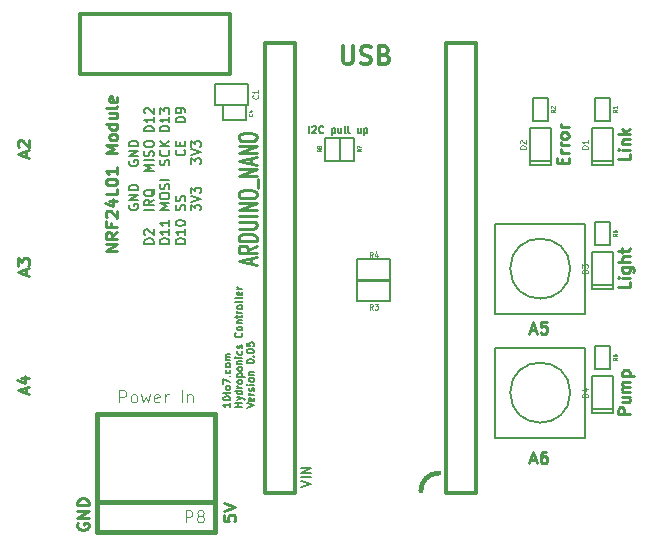
<source format=gto>
%FSLAX34Y34*%
G04 Gerber Fmt 3.4, Leading zero omitted, Abs format*
G04 (created by PCBNEW (2014-03-19 BZR 4756)-product) date Sat 05 Jul 2014 22:59:34 BST*
%MOIN*%
G01*
G70*
G90*
G04 APERTURE LIST*
%ADD10C,0.005906*%
%ADD11C,0.009843*%
%ADD12C,0.007874*%
%ADD13C,0.012000*%
%ADD14C,0.015000*%
%ADD15C,0.005000*%
%ADD16C,0.004500*%
%ADD17C,0.003000*%
%ADD18C,0.010000*%
%ADD19C,0.003500*%
G04 APERTURE END LIST*
G54D10*
X77335Y-35758D02*
X77335Y-35522D01*
X77436Y-35544D02*
X77447Y-35533D01*
X77470Y-35522D01*
X77526Y-35522D01*
X77549Y-35533D01*
X77560Y-35544D01*
X77571Y-35567D01*
X77571Y-35589D01*
X77560Y-35623D01*
X77425Y-35758D01*
X77571Y-35758D01*
X77807Y-35735D02*
X77796Y-35747D01*
X77762Y-35758D01*
X77740Y-35758D01*
X77706Y-35747D01*
X77684Y-35724D01*
X77672Y-35702D01*
X77661Y-35657D01*
X77661Y-35623D01*
X77672Y-35578D01*
X77684Y-35555D01*
X77706Y-35533D01*
X77740Y-35522D01*
X77762Y-35522D01*
X77796Y-35533D01*
X77807Y-35544D01*
X78089Y-35600D02*
X78089Y-35837D01*
X78089Y-35612D02*
X78111Y-35600D01*
X78156Y-35600D01*
X78179Y-35612D01*
X78190Y-35623D01*
X78201Y-35645D01*
X78201Y-35713D01*
X78190Y-35735D01*
X78179Y-35747D01*
X78156Y-35758D01*
X78111Y-35758D01*
X78089Y-35747D01*
X78404Y-35600D02*
X78404Y-35758D01*
X78302Y-35600D02*
X78302Y-35724D01*
X78314Y-35747D01*
X78336Y-35758D01*
X78370Y-35758D01*
X78392Y-35747D01*
X78404Y-35735D01*
X78550Y-35758D02*
X78527Y-35747D01*
X78516Y-35724D01*
X78516Y-35522D01*
X78674Y-35758D02*
X78651Y-35747D01*
X78640Y-35724D01*
X78640Y-35522D01*
X79045Y-35600D02*
X79045Y-35758D01*
X78944Y-35600D02*
X78944Y-35724D01*
X78955Y-35747D01*
X78977Y-35758D01*
X79011Y-35758D01*
X79034Y-35747D01*
X79045Y-35735D01*
X79157Y-35600D02*
X79157Y-35837D01*
X79157Y-35612D02*
X79180Y-35600D01*
X79225Y-35600D01*
X79247Y-35612D01*
X79258Y-35623D01*
X79270Y-35645D01*
X79270Y-35713D01*
X79258Y-35735D01*
X79247Y-35747D01*
X79225Y-35758D01*
X79180Y-35758D01*
X79157Y-35747D01*
G54D11*
X67890Y-44436D02*
X67890Y-44249D01*
X68002Y-44474D02*
X67609Y-44342D01*
X68002Y-44211D01*
X67740Y-43911D02*
X68002Y-43911D01*
X67590Y-44005D02*
X67871Y-44099D01*
X67871Y-43855D01*
X67890Y-36562D02*
X67890Y-36375D01*
X68002Y-36600D02*
X67609Y-36468D01*
X68002Y-36337D01*
X67646Y-36225D02*
X67627Y-36206D01*
X67609Y-36169D01*
X67609Y-36075D01*
X67627Y-36037D01*
X67646Y-36019D01*
X67684Y-36000D01*
X67721Y-36000D01*
X67777Y-36019D01*
X68002Y-36244D01*
X68002Y-36000D01*
X67890Y-40499D02*
X67890Y-40312D01*
X68002Y-40537D02*
X67609Y-40405D01*
X68002Y-40274D01*
X67609Y-40181D02*
X67609Y-39937D01*
X67759Y-40068D01*
X67759Y-40012D01*
X67777Y-39974D01*
X67796Y-39956D01*
X67834Y-39937D01*
X67927Y-39937D01*
X67965Y-39956D01*
X67984Y-39974D01*
X68002Y-40012D01*
X68002Y-40124D01*
X67984Y-40162D01*
X67965Y-40181D01*
G54D10*
X74707Y-44762D02*
X74707Y-44897D01*
X74707Y-44830D02*
X74471Y-44830D01*
X74504Y-44852D01*
X74527Y-44875D01*
X74538Y-44897D01*
X74471Y-44616D02*
X74471Y-44594D01*
X74482Y-44571D01*
X74493Y-44560D01*
X74516Y-44549D01*
X74561Y-44537D01*
X74617Y-44537D01*
X74662Y-44549D01*
X74684Y-44560D01*
X74696Y-44571D01*
X74707Y-44594D01*
X74707Y-44616D01*
X74696Y-44639D01*
X74684Y-44650D01*
X74662Y-44661D01*
X74617Y-44672D01*
X74561Y-44672D01*
X74516Y-44661D01*
X74493Y-44650D01*
X74482Y-44639D01*
X74471Y-44616D01*
X74549Y-44470D02*
X74549Y-44380D01*
X74471Y-44436D02*
X74673Y-44436D01*
X74696Y-44425D01*
X74707Y-44402D01*
X74707Y-44380D01*
X74707Y-44267D02*
X74696Y-44290D01*
X74684Y-44301D01*
X74662Y-44312D01*
X74594Y-44312D01*
X74572Y-44301D01*
X74561Y-44290D01*
X74549Y-44267D01*
X74549Y-44234D01*
X74561Y-44211D01*
X74572Y-44200D01*
X74594Y-44189D01*
X74662Y-44189D01*
X74684Y-44200D01*
X74696Y-44211D01*
X74707Y-44234D01*
X74707Y-44267D01*
X74471Y-44110D02*
X74471Y-43953D01*
X74707Y-44054D01*
X74684Y-43863D02*
X74696Y-43851D01*
X74707Y-43863D01*
X74696Y-43874D01*
X74684Y-43863D01*
X74707Y-43863D01*
X74696Y-43649D02*
X74707Y-43671D01*
X74707Y-43716D01*
X74696Y-43739D01*
X74684Y-43750D01*
X74662Y-43761D01*
X74594Y-43761D01*
X74572Y-43750D01*
X74561Y-43739D01*
X74549Y-43716D01*
X74549Y-43671D01*
X74561Y-43649D01*
X74707Y-43514D02*
X74696Y-43536D01*
X74684Y-43548D01*
X74662Y-43559D01*
X74594Y-43559D01*
X74572Y-43548D01*
X74561Y-43536D01*
X74549Y-43514D01*
X74549Y-43480D01*
X74561Y-43458D01*
X74572Y-43446D01*
X74594Y-43435D01*
X74662Y-43435D01*
X74684Y-43446D01*
X74696Y-43458D01*
X74707Y-43480D01*
X74707Y-43514D01*
X74707Y-43334D02*
X74549Y-43334D01*
X74572Y-43334D02*
X74561Y-43323D01*
X74549Y-43300D01*
X74549Y-43266D01*
X74561Y-43244D01*
X74583Y-43233D01*
X74707Y-43233D01*
X74583Y-43233D02*
X74561Y-43221D01*
X74549Y-43199D01*
X74549Y-43165D01*
X74561Y-43143D01*
X74583Y-43131D01*
X74707Y-43131D01*
X75097Y-44886D02*
X74860Y-44886D01*
X74973Y-44886D02*
X74973Y-44751D01*
X75097Y-44751D02*
X74860Y-44751D01*
X74939Y-44661D02*
X75097Y-44605D01*
X74939Y-44549D02*
X75097Y-44605D01*
X75153Y-44627D01*
X75164Y-44639D01*
X75175Y-44661D01*
X75097Y-44357D02*
X74860Y-44357D01*
X75085Y-44357D02*
X75097Y-44380D01*
X75097Y-44425D01*
X75085Y-44447D01*
X75074Y-44459D01*
X75052Y-44470D01*
X74984Y-44470D01*
X74962Y-44459D01*
X74950Y-44447D01*
X74939Y-44425D01*
X74939Y-44380D01*
X74950Y-44357D01*
X75097Y-44245D02*
X74939Y-44245D01*
X74984Y-44245D02*
X74962Y-44234D01*
X74950Y-44223D01*
X74939Y-44200D01*
X74939Y-44178D01*
X75097Y-44065D02*
X75085Y-44088D01*
X75074Y-44099D01*
X75052Y-44110D01*
X74984Y-44110D01*
X74962Y-44099D01*
X74950Y-44088D01*
X74939Y-44065D01*
X74939Y-44031D01*
X74950Y-44009D01*
X74962Y-43998D01*
X74984Y-43986D01*
X75052Y-43986D01*
X75074Y-43998D01*
X75085Y-44009D01*
X75097Y-44031D01*
X75097Y-44065D01*
X74939Y-43885D02*
X75175Y-43885D01*
X74950Y-43885D02*
X74939Y-43863D01*
X74939Y-43818D01*
X74950Y-43795D01*
X74962Y-43784D01*
X74984Y-43773D01*
X75052Y-43773D01*
X75074Y-43784D01*
X75085Y-43795D01*
X75097Y-43818D01*
X75097Y-43863D01*
X75085Y-43885D01*
X75097Y-43638D02*
X75085Y-43660D01*
X75074Y-43671D01*
X75052Y-43683D01*
X74984Y-43683D01*
X74962Y-43671D01*
X74950Y-43660D01*
X74939Y-43638D01*
X74939Y-43604D01*
X74950Y-43581D01*
X74962Y-43570D01*
X74984Y-43559D01*
X75052Y-43559D01*
X75074Y-43570D01*
X75085Y-43581D01*
X75097Y-43604D01*
X75097Y-43638D01*
X74939Y-43458D02*
X75097Y-43458D01*
X74962Y-43458D02*
X74950Y-43446D01*
X74939Y-43424D01*
X74939Y-43390D01*
X74950Y-43368D01*
X74973Y-43356D01*
X75097Y-43356D01*
X75097Y-43244D02*
X74939Y-43244D01*
X74860Y-43244D02*
X74872Y-43255D01*
X74883Y-43244D01*
X74872Y-43233D01*
X74860Y-43244D01*
X74883Y-43244D01*
X75085Y-43030D02*
X75097Y-43053D01*
X75097Y-43098D01*
X75085Y-43120D01*
X75074Y-43131D01*
X75052Y-43143D01*
X74984Y-43143D01*
X74962Y-43131D01*
X74950Y-43120D01*
X74939Y-43098D01*
X74939Y-43053D01*
X74950Y-43030D01*
X75085Y-42940D02*
X75097Y-42918D01*
X75097Y-42873D01*
X75085Y-42850D01*
X75063Y-42839D01*
X75052Y-42839D01*
X75029Y-42850D01*
X75018Y-42873D01*
X75018Y-42906D01*
X75007Y-42929D01*
X74984Y-42940D01*
X74973Y-42940D01*
X74950Y-42929D01*
X74939Y-42906D01*
X74939Y-42873D01*
X74950Y-42850D01*
X75074Y-42423D02*
X75085Y-42434D01*
X75097Y-42468D01*
X75097Y-42490D01*
X75085Y-42524D01*
X75063Y-42546D01*
X75040Y-42558D01*
X74995Y-42569D01*
X74962Y-42569D01*
X74917Y-42558D01*
X74894Y-42546D01*
X74872Y-42524D01*
X74860Y-42490D01*
X74860Y-42468D01*
X74872Y-42434D01*
X74883Y-42423D01*
X75097Y-42288D02*
X75085Y-42310D01*
X75074Y-42321D01*
X75052Y-42333D01*
X74984Y-42333D01*
X74962Y-42321D01*
X74950Y-42310D01*
X74939Y-42288D01*
X74939Y-42254D01*
X74950Y-42232D01*
X74962Y-42220D01*
X74984Y-42209D01*
X75052Y-42209D01*
X75074Y-42220D01*
X75085Y-42232D01*
X75097Y-42254D01*
X75097Y-42288D01*
X74939Y-42108D02*
X75097Y-42108D01*
X74962Y-42108D02*
X74950Y-42097D01*
X74939Y-42074D01*
X74939Y-42040D01*
X74950Y-42018D01*
X74973Y-42007D01*
X75097Y-42007D01*
X74939Y-41928D02*
X74939Y-41838D01*
X74860Y-41894D02*
X75063Y-41894D01*
X75085Y-41883D01*
X75097Y-41860D01*
X75097Y-41838D01*
X75097Y-41759D02*
X74939Y-41759D01*
X74984Y-41759D02*
X74962Y-41748D01*
X74950Y-41737D01*
X74939Y-41714D01*
X74939Y-41692D01*
X75097Y-41579D02*
X75085Y-41602D01*
X75074Y-41613D01*
X75052Y-41624D01*
X74984Y-41624D01*
X74962Y-41613D01*
X74950Y-41602D01*
X74939Y-41579D01*
X74939Y-41545D01*
X74950Y-41523D01*
X74962Y-41512D01*
X74984Y-41500D01*
X75052Y-41500D01*
X75074Y-41512D01*
X75085Y-41523D01*
X75097Y-41545D01*
X75097Y-41579D01*
X75097Y-41365D02*
X75085Y-41388D01*
X75063Y-41399D01*
X74860Y-41399D01*
X75097Y-41242D02*
X75085Y-41264D01*
X75063Y-41275D01*
X74860Y-41275D01*
X75085Y-41062D02*
X75097Y-41084D01*
X75097Y-41129D01*
X75085Y-41152D01*
X75063Y-41163D01*
X74973Y-41163D01*
X74950Y-41152D01*
X74939Y-41129D01*
X74939Y-41084D01*
X74950Y-41062D01*
X74973Y-41050D01*
X74995Y-41050D01*
X75018Y-41163D01*
X75097Y-40949D02*
X74939Y-40949D01*
X74984Y-40949D02*
X74962Y-40938D01*
X74950Y-40927D01*
X74939Y-40904D01*
X74939Y-40882D01*
X75250Y-44920D02*
X75486Y-44841D01*
X75250Y-44762D01*
X75475Y-44594D02*
X75486Y-44616D01*
X75486Y-44661D01*
X75475Y-44684D01*
X75453Y-44695D01*
X75363Y-44695D01*
X75340Y-44684D01*
X75329Y-44661D01*
X75329Y-44616D01*
X75340Y-44594D01*
X75363Y-44582D01*
X75385Y-44582D01*
X75408Y-44695D01*
X75486Y-44481D02*
X75329Y-44481D01*
X75374Y-44481D02*
X75351Y-44470D01*
X75340Y-44459D01*
X75329Y-44436D01*
X75329Y-44414D01*
X75475Y-44346D02*
X75486Y-44324D01*
X75486Y-44279D01*
X75475Y-44256D01*
X75453Y-44245D01*
X75441Y-44245D01*
X75419Y-44256D01*
X75408Y-44279D01*
X75408Y-44312D01*
X75396Y-44335D01*
X75374Y-44346D01*
X75363Y-44346D01*
X75340Y-44335D01*
X75329Y-44312D01*
X75329Y-44279D01*
X75340Y-44256D01*
X75486Y-44144D02*
X75329Y-44144D01*
X75250Y-44144D02*
X75261Y-44155D01*
X75273Y-44144D01*
X75261Y-44133D01*
X75250Y-44144D01*
X75273Y-44144D01*
X75486Y-43998D02*
X75475Y-44020D01*
X75464Y-44031D01*
X75441Y-44043D01*
X75374Y-44043D01*
X75351Y-44031D01*
X75340Y-44020D01*
X75329Y-43998D01*
X75329Y-43964D01*
X75340Y-43941D01*
X75351Y-43930D01*
X75374Y-43919D01*
X75441Y-43919D01*
X75464Y-43930D01*
X75475Y-43941D01*
X75486Y-43964D01*
X75486Y-43998D01*
X75329Y-43818D02*
X75486Y-43818D01*
X75351Y-43818D02*
X75340Y-43806D01*
X75329Y-43784D01*
X75329Y-43750D01*
X75340Y-43728D01*
X75363Y-43716D01*
X75486Y-43716D01*
X75250Y-43379D02*
X75250Y-43356D01*
X75261Y-43334D01*
X75273Y-43323D01*
X75295Y-43311D01*
X75340Y-43300D01*
X75396Y-43300D01*
X75441Y-43311D01*
X75464Y-43323D01*
X75475Y-43334D01*
X75486Y-43356D01*
X75486Y-43379D01*
X75475Y-43401D01*
X75464Y-43413D01*
X75441Y-43424D01*
X75396Y-43435D01*
X75340Y-43435D01*
X75295Y-43424D01*
X75273Y-43413D01*
X75261Y-43401D01*
X75250Y-43379D01*
X75464Y-43199D02*
X75475Y-43188D01*
X75486Y-43199D01*
X75475Y-43210D01*
X75464Y-43199D01*
X75486Y-43199D01*
X75250Y-43041D02*
X75250Y-43019D01*
X75261Y-42996D01*
X75273Y-42985D01*
X75295Y-42974D01*
X75340Y-42963D01*
X75396Y-42963D01*
X75441Y-42974D01*
X75464Y-42985D01*
X75475Y-42996D01*
X75486Y-43019D01*
X75486Y-43041D01*
X75475Y-43064D01*
X75464Y-43075D01*
X75441Y-43086D01*
X75396Y-43098D01*
X75340Y-43098D01*
X75295Y-43086D01*
X75273Y-43075D01*
X75261Y-43064D01*
X75250Y-43041D01*
X75250Y-42749D02*
X75250Y-42861D01*
X75363Y-42873D01*
X75351Y-42861D01*
X75340Y-42839D01*
X75340Y-42783D01*
X75351Y-42760D01*
X75363Y-42749D01*
X75385Y-42738D01*
X75441Y-42738D01*
X75464Y-42749D01*
X75475Y-42760D01*
X75486Y-42783D01*
X75486Y-42839D01*
X75475Y-42861D01*
X75464Y-42873D01*
G54D11*
X84708Y-42331D02*
X84896Y-42331D01*
X84671Y-42443D02*
X84802Y-42050D01*
X84933Y-42443D01*
X85252Y-42050D02*
X85065Y-42050D01*
X85046Y-42237D01*
X85065Y-42218D01*
X85102Y-42200D01*
X85196Y-42200D01*
X85233Y-42218D01*
X85252Y-42237D01*
X85271Y-42275D01*
X85271Y-42368D01*
X85252Y-42406D01*
X85233Y-42425D01*
X85196Y-42443D01*
X85102Y-42443D01*
X85065Y-42425D01*
X85046Y-42406D01*
X84708Y-46662D02*
X84896Y-46662D01*
X84671Y-46774D02*
X84802Y-46380D01*
X84933Y-46774D01*
X85233Y-46380D02*
X85158Y-46380D01*
X85121Y-46399D01*
X85102Y-46418D01*
X85065Y-46474D01*
X85046Y-46549D01*
X85046Y-46699D01*
X85065Y-46737D01*
X85083Y-46755D01*
X85121Y-46774D01*
X85196Y-46774D01*
X85233Y-46755D01*
X85252Y-46737D01*
X85271Y-46699D01*
X85271Y-46605D01*
X85252Y-46568D01*
X85233Y-46549D01*
X85196Y-46530D01*
X85121Y-46530D01*
X85083Y-46549D01*
X85065Y-46568D01*
X85046Y-46605D01*
X70935Y-39696D02*
X70542Y-39696D01*
X70935Y-39471D01*
X70542Y-39471D01*
X70935Y-39058D02*
X70748Y-39190D01*
X70935Y-39283D02*
X70542Y-39283D01*
X70542Y-39133D01*
X70561Y-39096D01*
X70579Y-39077D01*
X70617Y-39058D01*
X70673Y-39058D01*
X70711Y-39077D01*
X70729Y-39096D01*
X70748Y-39133D01*
X70748Y-39283D01*
X70729Y-38758D02*
X70729Y-38890D01*
X70935Y-38890D02*
X70542Y-38890D01*
X70542Y-38702D01*
X70579Y-38571D02*
X70561Y-38552D01*
X70542Y-38515D01*
X70542Y-38421D01*
X70561Y-38384D01*
X70579Y-38365D01*
X70617Y-38346D01*
X70654Y-38346D01*
X70711Y-38365D01*
X70935Y-38590D01*
X70935Y-38346D01*
X70673Y-38009D02*
X70935Y-38009D01*
X70523Y-38102D02*
X70804Y-38196D01*
X70804Y-37952D01*
X70935Y-37615D02*
X70935Y-37802D01*
X70542Y-37802D01*
X70542Y-37409D02*
X70542Y-37371D01*
X70561Y-37334D01*
X70579Y-37315D01*
X70617Y-37296D01*
X70692Y-37277D01*
X70785Y-37277D01*
X70860Y-37296D01*
X70898Y-37315D01*
X70917Y-37334D01*
X70935Y-37371D01*
X70935Y-37409D01*
X70917Y-37446D01*
X70898Y-37465D01*
X70860Y-37484D01*
X70785Y-37502D01*
X70692Y-37502D01*
X70617Y-37484D01*
X70579Y-37465D01*
X70561Y-37446D01*
X70542Y-37409D01*
X70935Y-36902D02*
X70935Y-37127D01*
X70935Y-37015D02*
X70542Y-37015D01*
X70598Y-37052D01*
X70636Y-37090D01*
X70654Y-37127D01*
X70935Y-36434D02*
X70542Y-36434D01*
X70823Y-36303D01*
X70542Y-36171D01*
X70935Y-36171D01*
X70935Y-35928D02*
X70917Y-35965D01*
X70898Y-35984D01*
X70860Y-36003D01*
X70748Y-36003D01*
X70711Y-35984D01*
X70692Y-35965D01*
X70673Y-35928D01*
X70673Y-35871D01*
X70692Y-35834D01*
X70711Y-35815D01*
X70748Y-35796D01*
X70860Y-35796D01*
X70898Y-35815D01*
X70917Y-35834D01*
X70935Y-35871D01*
X70935Y-35928D01*
X70935Y-35459D02*
X70542Y-35459D01*
X70917Y-35459D02*
X70935Y-35496D01*
X70935Y-35571D01*
X70917Y-35609D01*
X70898Y-35628D01*
X70860Y-35646D01*
X70748Y-35646D01*
X70711Y-35628D01*
X70692Y-35609D01*
X70673Y-35571D01*
X70673Y-35496D01*
X70692Y-35459D01*
X70673Y-35103D02*
X70935Y-35103D01*
X70673Y-35271D02*
X70879Y-35271D01*
X70917Y-35253D01*
X70935Y-35215D01*
X70935Y-35159D01*
X70917Y-35121D01*
X70898Y-35103D01*
X70935Y-34859D02*
X70917Y-34896D01*
X70879Y-34915D01*
X70542Y-34915D01*
X70917Y-34559D02*
X70935Y-34597D01*
X70935Y-34672D01*
X70917Y-34709D01*
X70879Y-34728D01*
X70729Y-34728D01*
X70692Y-34709D01*
X70673Y-34672D01*
X70673Y-34597D01*
X70692Y-34559D01*
X70729Y-34540D01*
X70767Y-34540D01*
X70804Y-34728D01*
G54D12*
X72152Y-35704D02*
X71837Y-35704D01*
X71837Y-35629D01*
X71852Y-35584D01*
X71882Y-35554D01*
X71912Y-35539D01*
X71972Y-35524D01*
X72017Y-35524D01*
X72077Y-35539D01*
X72107Y-35554D01*
X72137Y-35584D01*
X72152Y-35629D01*
X72152Y-35704D01*
X72152Y-35224D02*
X72152Y-35404D01*
X72152Y-35314D02*
X71837Y-35314D01*
X71882Y-35344D01*
X71912Y-35374D01*
X71927Y-35404D01*
X71867Y-35104D02*
X71852Y-35089D01*
X71837Y-35059D01*
X71837Y-34984D01*
X71852Y-34954D01*
X71867Y-34939D01*
X71897Y-34924D01*
X71927Y-34924D01*
X71972Y-34939D01*
X72152Y-35119D01*
X72152Y-34924D01*
X72672Y-35704D02*
X72357Y-35704D01*
X72357Y-35629D01*
X72372Y-35584D01*
X72402Y-35554D01*
X72432Y-35539D01*
X72492Y-35524D01*
X72537Y-35524D01*
X72597Y-35539D01*
X72627Y-35554D01*
X72657Y-35584D01*
X72672Y-35629D01*
X72672Y-35704D01*
X72672Y-35224D02*
X72672Y-35404D01*
X72672Y-35314D02*
X72357Y-35314D01*
X72402Y-35344D01*
X72432Y-35374D01*
X72447Y-35404D01*
X72357Y-35119D02*
X72357Y-34924D01*
X72477Y-35029D01*
X72477Y-34984D01*
X72492Y-34954D01*
X72507Y-34939D01*
X72537Y-34924D01*
X72612Y-34924D01*
X72642Y-34939D01*
X72657Y-34954D01*
X72672Y-34984D01*
X72672Y-35074D01*
X72657Y-35104D01*
X72642Y-35119D01*
X73191Y-35404D02*
X72876Y-35404D01*
X72876Y-35329D01*
X72891Y-35284D01*
X72921Y-35254D01*
X72951Y-35239D01*
X73011Y-35224D01*
X73056Y-35224D01*
X73116Y-35239D01*
X73146Y-35254D01*
X73176Y-35284D01*
X73191Y-35329D01*
X73191Y-35404D01*
X73191Y-35074D02*
X73191Y-35014D01*
X73176Y-34984D01*
X73161Y-34969D01*
X73116Y-34939D01*
X73056Y-34924D01*
X72936Y-34924D01*
X72906Y-34939D01*
X72891Y-34954D01*
X72876Y-34984D01*
X72876Y-35044D01*
X72891Y-35074D01*
X72906Y-35089D01*
X72936Y-35104D01*
X73011Y-35104D01*
X73041Y-35089D01*
X73056Y-35074D01*
X73071Y-35044D01*
X73071Y-34984D01*
X73056Y-34954D01*
X73041Y-34939D01*
X73011Y-34924D01*
X72152Y-39454D02*
X71837Y-39454D01*
X71837Y-39379D01*
X71852Y-39334D01*
X71882Y-39304D01*
X71912Y-39289D01*
X71972Y-39274D01*
X72017Y-39274D01*
X72077Y-39289D01*
X72107Y-39304D01*
X72137Y-39334D01*
X72152Y-39379D01*
X72152Y-39454D01*
X71867Y-39154D02*
X71852Y-39139D01*
X71837Y-39109D01*
X71837Y-39034D01*
X71852Y-39004D01*
X71867Y-38989D01*
X71897Y-38974D01*
X71927Y-38974D01*
X71972Y-38989D01*
X72152Y-39169D01*
X72152Y-38974D01*
X72672Y-39454D02*
X72357Y-39454D01*
X72357Y-39379D01*
X72372Y-39334D01*
X72402Y-39304D01*
X72432Y-39289D01*
X72492Y-39274D01*
X72537Y-39274D01*
X72597Y-39289D01*
X72627Y-39304D01*
X72657Y-39334D01*
X72672Y-39379D01*
X72672Y-39454D01*
X72672Y-38974D02*
X72672Y-39154D01*
X72672Y-39064D02*
X72357Y-39064D01*
X72402Y-39094D01*
X72432Y-39124D01*
X72447Y-39154D01*
X72672Y-38674D02*
X72672Y-38854D01*
X72672Y-38764D02*
X72357Y-38764D01*
X72402Y-38794D01*
X72432Y-38824D01*
X72447Y-38854D01*
X73191Y-39454D02*
X72876Y-39454D01*
X72876Y-39379D01*
X72891Y-39334D01*
X72921Y-39304D01*
X72951Y-39289D01*
X73011Y-39274D01*
X73056Y-39274D01*
X73116Y-39289D01*
X73146Y-39304D01*
X73176Y-39334D01*
X73191Y-39379D01*
X73191Y-39454D01*
X73191Y-38974D02*
X73191Y-39154D01*
X73191Y-39064D02*
X72876Y-39064D01*
X72921Y-39094D01*
X72951Y-39124D01*
X72966Y-39154D01*
X72876Y-38779D02*
X72876Y-38749D01*
X72891Y-38719D01*
X72906Y-38704D01*
X72936Y-38689D01*
X72996Y-38674D01*
X73071Y-38674D01*
X73131Y-38689D01*
X73161Y-38704D01*
X73176Y-38719D01*
X73191Y-38749D01*
X73191Y-38779D01*
X73176Y-38809D01*
X73161Y-38824D01*
X73131Y-38839D01*
X73071Y-38854D01*
X72996Y-38854D01*
X72936Y-38839D01*
X72906Y-38824D01*
X72891Y-38809D01*
X72876Y-38779D01*
X71332Y-36686D02*
X71317Y-36716D01*
X71317Y-36761D01*
X71332Y-36806D01*
X71362Y-36836D01*
X71392Y-36851D01*
X71452Y-36866D01*
X71497Y-36866D01*
X71557Y-36851D01*
X71587Y-36836D01*
X71617Y-36806D01*
X71632Y-36761D01*
X71632Y-36731D01*
X71617Y-36686D01*
X71602Y-36671D01*
X71497Y-36671D01*
X71497Y-36731D01*
X71632Y-36536D02*
X71317Y-36536D01*
X71632Y-36356D01*
X71317Y-36356D01*
X71632Y-36206D02*
X71317Y-36206D01*
X71317Y-36131D01*
X71332Y-36086D01*
X71362Y-36056D01*
X71392Y-36041D01*
X71452Y-36026D01*
X71497Y-36026D01*
X71557Y-36041D01*
X71587Y-36056D01*
X71617Y-36086D01*
X71632Y-36131D01*
X71632Y-36206D01*
X72152Y-37031D02*
X71837Y-37031D01*
X72062Y-36926D01*
X71837Y-36821D01*
X72152Y-36821D01*
X72152Y-36671D02*
X71837Y-36671D01*
X72137Y-36536D02*
X72152Y-36491D01*
X72152Y-36416D01*
X72137Y-36386D01*
X72122Y-36371D01*
X72092Y-36356D01*
X72062Y-36356D01*
X72032Y-36371D01*
X72017Y-36386D01*
X72002Y-36416D01*
X71987Y-36476D01*
X71972Y-36506D01*
X71957Y-36521D01*
X71927Y-36536D01*
X71897Y-36536D01*
X71867Y-36521D01*
X71852Y-36506D01*
X71837Y-36476D01*
X71837Y-36401D01*
X71852Y-36356D01*
X71837Y-36161D02*
X71837Y-36101D01*
X71852Y-36071D01*
X71882Y-36041D01*
X71942Y-36026D01*
X72047Y-36026D01*
X72107Y-36041D01*
X72137Y-36071D01*
X72152Y-36101D01*
X72152Y-36161D01*
X72137Y-36191D01*
X72107Y-36221D01*
X72047Y-36236D01*
X71942Y-36236D01*
X71882Y-36221D01*
X71852Y-36191D01*
X71837Y-36161D01*
X72657Y-36836D02*
X72672Y-36791D01*
X72672Y-36716D01*
X72657Y-36686D01*
X72642Y-36671D01*
X72612Y-36656D01*
X72582Y-36656D01*
X72552Y-36671D01*
X72537Y-36686D01*
X72522Y-36716D01*
X72507Y-36776D01*
X72492Y-36806D01*
X72477Y-36821D01*
X72447Y-36836D01*
X72417Y-36836D01*
X72387Y-36821D01*
X72372Y-36806D01*
X72357Y-36776D01*
X72357Y-36701D01*
X72372Y-36656D01*
X72642Y-36341D02*
X72657Y-36356D01*
X72672Y-36401D01*
X72672Y-36431D01*
X72657Y-36476D01*
X72627Y-36506D01*
X72597Y-36521D01*
X72537Y-36536D01*
X72492Y-36536D01*
X72432Y-36521D01*
X72402Y-36506D01*
X72372Y-36476D01*
X72357Y-36431D01*
X72357Y-36401D01*
X72372Y-36356D01*
X72387Y-36341D01*
X72672Y-36206D02*
X72357Y-36206D01*
X72672Y-36026D02*
X72492Y-36161D01*
X72357Y-36026D02*
X72537Y-36206D01*
X73161Y-36311D02*
X73176Y-36326D01*
X73191Y-36371D01*
X73191Y-36401D01*
X73176Y-36446D01*
X73146Y-36476D01*
X73116Y-36491D01*
X73056Y-36506D01*
X73011Y-36506D01*
X72951Y-36491D01*
X72921Y-36476D01*
X72891Y-36446D01*
X72876Y-36401D01*
X72876Y-36371D01*
X72891Y-36326D01*
X72906Y-36311D01*
X73026Y-36176D02*
X73026Y-36071D01*
X73191Y-36026D02*
X73191Y-36176D01*
X72876Y-36176D01*
X72876Y-36026D01*
X73396Y-36791D02*
X73396Y-36596D01*
X73516Y-36701D01*
X73516Y-36656D01*
X73531Y-36626D01*
X73546Y-36611D01*
X73576Y-36596D01*
X73651Y-36596D01*
X73681Y-36611D01*
X73696Y-36626D01*
X73711Y-36656D01*
X73711Y-36746D01*
X73696Y-36776D01*
X73681Y-36791D01*
X73396Y-36506D02*
X73711Y-36401D01*
X73396Y-36296D01*
X73396Y-36221D02*
X73396Y-36026D01*
X73516Y-36131D01*
X73516Y-36086D01*
X73531Y-36056D01*
X73546Y-36041D01*
X73576Y-36026D01*
X73651Y-36026D01*
X73681Y-36041D01*
X73696Y-36056D01*
X73711Y-36086D01*
X73711Y-36176D01*
X73696Y-36206D01*
X73681Y-36221D01*
X71332Y-38147D02*
X71317Y-38177D01*
X71317Y-38222D01*
X71332Y-38267D01*
X71362Y-38297D01*
X71392Y-38312D01*
X71452Y-38327D01*
X71497Y-38327D01*
X71557Y-38312D01*
X71587Y-38297D01*
X71617Y-38267D01*
X71632Y-38222D01*
X71632Y-38192D01*
X71617Y-38147D01*
X71602Y-38132D01*
X71497Y-38132D01*
X71497Y-38192D01*
X71632Y-37997D02*
X71317Y-37997D01*
X71632Y-37817D01*
X71317Y-37817D01*
X71632Y-37667D02*
X71317Y-37667D01*
X71317Y-37592D01*
X71332Y-37547D01*
X71362Y-37517D01*
X71392Y-37502D01*
X71452Y-37487D01*
X71497Y-37487D01*
X71557Y-37502D01*
X71587Y-37517D01*
X71617Y-37547D01*
X71632Y-37592D01*
X71632Y-37667D01*
X72152Y-38312D02*
X71837Y-38312D01*
X72152Y-37982D02*
X72002Y-38087D01*
X72152Y-38162D02*
X71837Y-38162D01*
X71837Y-38042D01*
X71852Y-38012D01*
X71867Y-37997D01*
X71897Y-37982D01*
X71942Y-37982D01*
X71972Y-37997D01*
X71987Y-38012D01*
X72002Y-38042D01*
X72002Y-38162D01*
X72182Y-37637D02*
X72167Y-37667D01*
X72137Y-37697D01*
X72092Y-37742D01*
X72077Y-37772D01*
X72077Y-37802D01*
X72152Y-37787D02*
X72137Y-37817D01*
X72107Y-37847D01*
X72047Y-37862D01*
X71942Y-37862D01*
X71882Y-37847D01*
X71852Y-37817D01*
X71837Y-37787D01*
X71837Y-37727D01*
X71852Y-37697D01*
X71882Y-37667D01*
X71942Y-37652D01*
X72047Y-37652D01*
X72107Y-37667D01*
X72137Y-37697D01*
X72152Y-37727D01*
X72152Y-37787D01*
X72672Y-38312D02*
X72357Y-38312D01*
X72582Y-38207D01*
X72357Y-38102D01*
X72672Y-38102D01*
X72357Y-37892D02*
X72357Y-37832D01*
X72372Y-37802D01*
X72402Y-37772D01*
X72462Y-37757D01*
X72567Y-37757D01*
X72627Y-37772D01*
X72657Y-37802D01*
X72672Y-37832D01*
X72672Y-37892D01*
X72657Y-37922D01*
X72627Y-37952D01*
X72567Y-37967D01*
X72462Y-37967D01*
X72402Y-37952D01*
X72372Y-37922D01*
X72357Y-37892D01*
X72657Y-37637D02*
X72672Y-37592D01*
X72672Y-37517D01*
X72657Y-37487D01*
X72642Y-37472D01*
X72612Y-37457D01*
X72582Y-37457D01*
X72552Y-37472D01*
X72537Y-37487D01*
X72522Y-37517D01*
X72507Y-37577D01*
X72492Y-37607D01*
X72477Y-37622D01*
X72447Y-37637D01*
X72417Y-37637D01*
X72387Y-37622D01*
X72372Y-37607D01*
X72357Y-37577D01*
X72357Y-37502D01*
X72372Y-37457D01*
X72672Y-37322D02*
X72357Y-37322D01*
X73176Y-38327D02*
X73191Y-38282D01*
X73191Y-38207D01*
X73176Y-38177D01*
X73161Y-38162D01*
X73131Y-38147D01*
X73101Y-38147D01*
X73071Y-38162D01*
X73056Y-38177D01*
X73041Y-38207D01*
X73026Y-38267D01*
X73011Y-38297D01*
X72996Y-38312D01*
X72966Y-38327D01*
X72936Y-38327D01*
X72906Y-38312D01*
X72891Y-38297D01*
X72876Y-38267D01*
X72876Y-38192D01*
X72891Y-38147D01*
X73176Y-38027D02*
X73191Y-37982D01*
X73191Y-37907D01*
X73176Y-37877D01*
X73161Y-37862D01*
X73131Y-37847D01*
X73101Y-37847D01*
X73071Y-37862D01*
X73056Y-37877D01*
X73041Y-37907D01*
X73026Y-37967D01*
X73011Y-37997D01*
X72996Y-38012D01*
X72966Y-38027D01*
X72936Y-38027D01*
X72906Y-38012D01*
X72891Y-37997D01*
X72876Y-37967D01*
X72876Y-37892D01*
X72891Y-37847D01*
X73396Y-38342D02*
X73396Y-38147D01*
X73516Y-38252D01*
X73516Y-38207D01*
X73531Y-38177D01*
X73546Y-38162D01*
X73576Y-38147D01*
X73651Y-38147D01*
X73681Y-38162D01*
X73696Y-38177D01*
X73711Y-38207D01*
X73711Y-38297D01*
X73696Y-38327D01*
X73681Y-38342D01*
X73396Y-38057D02*
X73711Y-37952D01*
X73396Y-37847D01*
X73396Y-37772D02*
X73396Y-37577D01*
X73516Y-37682D01*
X73516Y-37637D01*
X73531Y-37607D01*
X73546Y-37592D01*
X73576Y-37577D01*
X73651Y-37577D01*
X73681Y-37592D01*
X73696Y-37607D01*
X73711Y-37637D01*
X73711Y-37727D01*
X73696Y-37757D01*
X73681Y-37772D01*
G54D11*
X85769Y-36771D02*
X85769Y-36640D01*
X85975Y-36584D02*
X85975Y-36771D01*
X85581Y-36771D01*
X85581Y-36584D01*
X85975Y-36415D02*
X85712Y-36415D01*
X85787Y-36415D02*
X85750Y-36396D01*
X85731Y-36378D01*
X85712Y-36340D01*
X85712Y-36303D01*
X85975Y-36171D02*
X85712Y-36171D01*
X85787Y-36171D02*
X85750Y-36153D01*
X85731Y-36134D01*
X85712Y-36096D01*
X85712Y-36059D01*
X85975Y-35871D02*
X85956Y-35909D01*
X85937Y-35928D01*
X85900Y-35946D01*
X85787Y-35946D01*
X85750Y-35928D01*
X85731Y-35909D01*
X85712Y-35871D01*
X85712Y-35815D01*
X85731Y-35778D01*
X85750Y-35759D01*
X85787Y-35740D01*
X85900Y-35740D01*
X85937Y-35759D01*
X85956Y-35778D01*
X85975Y-35815D01*
X85975Y-35871D01*
X85975Y-35571D02*
X85712Y-35571D01*
X85787Y-35571D02*
X85750Y-35553D01*
X85731Y-35534D01*
X85712Y-35496D01*
X85712Y-35459D01*
X88022Y-36453D02*
X88022Y-36640D01*
X87628Y-36640D01*
X88022Y-36321D02*
X87760Y-36321D01*
X87628Y-36321D02*
X87647Y-36340D01*
X87666Y-36321D01*
X87647Y-36303D01*
X87628Y-36321D01*
X87666Y-36321D01*
X87760Y-36134D02*
X88022Y-36134D01*
X87797Y-36134D02*
X87778Y-36115D01*
X87760Y-36078D01*
X87760Y-36021D01*
X87778Y-35984D01*
X87816Y-35965D01*
X88022Y-35965D01*
X88022Y-35778D02*
X87628Y-35778D01*
X87872Y-35740D02*
X88022Y-35628D01*
X87760Y-35628D02*
X87910Y-35778D01*
X88022Y-40718D02*
X88022Y-40905D01*
X87628Y-40905D01*
X88022Y-40586D02*
X87760Y-40586D01*
X87628Y-40586D02*
X87647Y-40605D01*
X87666Y-40586D01*
X87647Y-40568D01*
X87628Y-40586D01*
X87666Y-40586D01*
X87760Y-40230D02*
X88078Y-40230D01*
X88116Y-40249D01*
X88135Y-40268D01*
X88153Y-40305D01*
X88153Y-40361D01*
X88135Y-40399D01*
X88003Y-40230D02*
X88022Y-40268D01*
X88022Y-40343D01*
X88003Y-40380D01*
X87985Y-40399D01*
X87947Y-40418D01*
X87835Y-40418D01*
X87797Y-40399D01*
X87778Y-40380D01*
X87760Y-40343D01*
X87760Y-40268D01*
X87778Y-40230D01*
X88022Y-40043D02*
X87628Y-40043D01*
X88022Y-39874D02*
X87816Y-39874D01*
X87778Y-39893D01*
X87760Y-39930D01*
X87760Y-39986D01*
X87778Y-40024D01*
X87797Y-40043D01*
X87760Y-39743D02*
X87760Y-39593D01*
X87628Y-39687D02*
X87966Y-39687D01*
X88003Y-39668D01*
X88022Y-39630D01*
X88022Y-39593D01*
X88022Y-45133D02*
X87628Y-45133D01*
X87628Y-44983D01*
X87647Y-44945D01*
X87666Y-44926D01*
X87703Y-44908D01*
X87760Y-44908D01*
X87797Y-44926D01*
X87816Y-44945D01*
X87835Y-44983D01*
X87835Y-45133D01*
X87760Y-44570D02*
X88022Y-44570D01*
X87760Y-44739D02*
X87966Y-44739D01*
X88003Y-44720D01*
X88022Y-44683D01*
X88022Y-44627D01*
X88003Y-44589D01*
X87985Y-44570D01*
X88022Y-44383D02*
X87760Y-44383D01*
X87797Y-44383D02*
X87778Y-44364D01*
X87760Y-44327D01*
X87760Y-44270D01*
X87778Y-44233D01*
X87816Y-44214D01*
X88022Y-44214D01*
X87816Y-44214D02*
X87778Y-44195D01*
X87760Y-44158D01*
X87760Y-44102D01*
X87778Y-44064D01*
X87816Y-44045D01*
X88022Y-44045D01*
X87760Y-43858D02*
X88153Y-43858D01*
X87778Y-43858D02*
X87760Y-43820D01*
X87760Y-43745D01*
X87778Y-43708D01*
X87797Y-43689D01*
X87835Y-43670D01*
X87947Y-43670D01*
X87985Y-43689D01*
X88003Y-43708D01*
X88022Y-43745D01*
X88022Y-43820D01*
X88003Y-43858D01*
X69616Y-48766D02*
X69597Y-48803D01*
X69597Y-48860D01*
X69616Y-48916D01*
X69653Y-48953D01*
X69691Y-48972D01*
X69766Y-48991D01*
X69822Y-48991D01*
X69897Y-48972D01*
X69934Y-48953D01*
X69972Y-48916D01*
X69991Y-48860D01*
X69991Y-48822D01*
X69972Y-48766D01*
X69953Y-48747D01*
X69822Y-48747D01*
X69822Y-48822D01*
X69991Y-48579D02*
X69597Y-48579D01*
X69991Y-48354D01*
X69597Y-48354D01*
X69991Y-48166D02*
X69597Y-48166D01*
X69597Y-48072D01*
X69616Y-48016D01*
X69653Y-47979D01*
X69691Y-47960D01*
X69766Y-47941D01*
X69822Y-47941D01*
X69897Y-47960D01*
X69934Y-47979D01*
X69972Y-48016D01*
X69991Y-48072D01*
X69991Y-48166D01*
X74479Y-48502D02*
X74479Y-48689D01*
X74666Y-48708D01*
X74648Y-48689D01*
X74629Y-48652D01*
X74629Y-48558D01*
X74648Y-48520D01*
X74666Y-48502D01*
X74704Y-48483D01*
X74797Y-48483D01*
X74835Y-48502D01*
X74854Y-48520D01*
X74872Y-48558D01*
X74872Y-48652D01*
X74854Y-48689D01*
X74835Y-48708D01*
X74479Y-48370D02*
X74872Y-48239D01*
X74479Y-48108D01*
G54D10*
X75307Y-34118D02*
X74204Y-34118D01*
X74204Y-34118D02*
X74204Y-34826D01*
X74204Y-34826D02*
X75307Y-34826D01*
X75307Y-34826D02*
X75307Y-34118D01*
X75238Y-34816D02*
X74470Y-34816D01*
X74470Y-34816D02*
X74470Y-35309D01*
X74470Y-35309D02*
X75238Y-35309D01*
X75238Y-35309D02*
X75238Y-34816D01*
X86744Y-36696D02*
X86744Y-36834D01*
X86744Y-36834D02*
X87452Y-36834D01*
X87452Y-36834D02*
X87452Y-36696D01*
X87452Y-36696D02*
X87452Y-35594D01*
X87452Y-35594D02*
X86744Y-35594D01*
X86744Y-35594D02*
X86744Y-36696D01*
X86744Y-36696D02*
X87452Y-36696D01*
X84677Y-36696D02*
X84677Y-36834D01*
X84677Y-36834D02*
X85385Y-36834D01*
X85385Y-36834D02*
X85385Y-36696D01*
X85385Y-36696D02*
X85385Y-35594D01*
X85385Y-35594D02*
X84677Y-35594D01*
X84677Y-35594D02*
X84677Y-36696D01*
X84677Y-36696D02*
X85385Y-36696D01*
X86744Y-40830D02*
X86744Y-40968D01*
X86744Y-40968D02*
X87452Y-40968D01*
X87452Y-40968D02*
X87452Y-40830D01*
X87452Y-40830D02*
X87452Y-39728D01*
X87452Y-39728D02*
X86744Y-39728D01*
X86744Y-39728D02*
X86744Y-40830D01*
X86744Y-40830D02*
X87452Y-40830D01*
X86744Y-44964D02*
X86744Y-45102D01*
X86744Y-45102D02*
X87452Y-45102D01*
X87452Y-45102D02*
X87452Y-44964D01*
X87452Y-44964D02*
X87452Y-43862D01*
X87452Y-43862D02*
X86744Y-43862D01*
X86744Y-43862D02*
X86744Y-44964D01*
X86744Y-44964D02*
X87452Y-44964D01*
X87344Y-35348D02*
X87344Y-34580D01*
X87344Y-34580D02*
X86852Y-34580D01*
X86852Y-34580D02*
X86852Y-35348D01*
X86852Y-35348D02*
X87344Y-35348D01*
X85277Y-35348D02*
X85277Y-34580D01*
X85277Y-34580D02*
X84785Y-34580D01*
X84785Y-34580D02*
X84785Y-35348D01*
X84785Y-35348D02*
X85277Y-35348D01*
X80031Y-40663D02*
X78929Y-40663D01*
X78929Y-40663D02*
X78929Y-41372D01*
X78929Y-41372D02*
X80031Y-41372D01*
X80031Y-41372D02*
X80031Y-40663D01*
X80031Y-39974D02*
X78929Y-39974D01*
X78929Y-39974D02*
X78929Y-40683D01*
X78929Y-40683D02*
X80031Y-40683D01*
X80031Y-40683D02*
X80031Y-39974D01*
X87344Y-39482D02*
X87344Y-38714D01*
X87344Y-38714D02*
X86852Y-38714D01*
X86852Y-38714D02*
X86852Y-39482D01*
X86852Y-39482D02*
X87344Y-39482D01*
X87344Y-43616D02*
X87344Y-42848D01*
X87344Y-42848D02*
X86852Y-42848D01*
X86852Y-42848D02*
X86852Y-43616D01*
X86852Y-43616D02*
X87344Y-43616D01*
X78348Y-35929D02*
X78348Y-36696D01*
X78348Y-36696D02*
X78840Y-36696D01*
X78840Y-36696D02*
X78840Y-35929D01*
X78840Y-35929D02*
X78348Y-35929D01*
X77856Y-35929D02*
X77856Y-36696D01*
X77856Y-36696D02*
X78348Y-36696D01*
X78348Y-36696D02*
X78348Y-35929D01*
X78348Y-35929D02*
X77856Y-35929D01*
G54D13*
X74696Y-33799D02*
X69696Y-33799D01*
X69696Y-33799D02*
X69696Y-31799D01*
X69696Y-31799D02*
X74696Y-31799D01*
X74696Y-31799D02*
X74696Y-33799D01*
G54D14*
X81645Y-47092D02*
G75*
G03X81055Y-47683I0J-590D01*
G74*
G01*
G54D13*
X75866Y-32828D02*
X75866Y-32765D01*
X82901Y-33757D02*
X82901Y-32761D01*
X82901Y-32761D02*
X81901Y-32761D01*
X81901Y-33761D02*
X81901Y-32761D01*
X76870Y-33757D02*
X76870Y-32765D01*
X76870Y-32765D02*
X75870Y-32765D01*
X75866Y-33753D02*
X75866Y-32805D01*
X82900Y-47762D02*
X81900Y-47762D01*
X82900Y-33762D02*
X82900Y-47762D01*
X81900Y-47762D02*
X81900Y-33762D01*
X75870Y-47753D02*
X75870Y-33753D01*
X76870Y-33753D02*
X76870Y-47753D01*
X76870Y-47753D02*
X75870Y-47753D01*
G54D15*
X86031Y-40279D02*
G75*
G03X86031Y-40279I-1000J0D01*
G74*
G01*
X83531Y-41779D02*
X83531Y-38779D01*
X83531Y-38779D02*
X86531Y-38779D01*
X86531Y-38779D02*
X86531Y-41779D01*
X83531Y-41779D02*
X86531Y-41779D01*
X86031Y-44413D02*
G75*
G03X86031Y-44413I-1000J0D01*
G74*
G01*
X83531Y-45913D02*
X83531Y-42913D01*
X83531Y-42913D02*
X86531Y-42913D01*
X86531Y-42913D02*
X86531Y-45913D01*
X83531Y-45913D02*
X86531Y-45913D01*
G54D14*
X74195Y-48064D02*
X70257Y-48064D01*
X74195Y-49049D02*
X74195Y-45111D01*
X74195Y-45111D02*
X70257Y-45111D01*
X70257Y-45111D02*
X70257Y-49049D01*
X70257Y-49049D02*
X74195Y-49049D01*
G54D16*
X75612Y-34500D02*
X75622Y-34509D01*
X75631Y-34534D01*
X75631Y-34551D01*
X75622Y-34577D01*
X75603Y-34594D01*
X75584Y-34603D01*
X75546Y-34611D01*
X75517Y-34611D01*
X75479Y-34603D01*
X75460Y-34594D01*
X75441Y-34577D01*
X75431Y-34551D01*
X75431Y-34534D01*
X75441Y-34509D01*
X75450Y-34500D01*
X75631Y-34329D02*
X75631Y-34431D01*
X75631Y-34380D02*
X75431Y-34380D01*
X75460Y-34397D01*
X75479Y-34414D01*
X75488Y-34431D01*
G54D17*
X75426Y-35120D02*
X75432Y-35126D01*
X75438Y-35143D01*
X75438Y-35154D01*
X75432Y-35171D01*
X75421Y-35183D01*
X75409Y-35188D01*
X75386Y-35194D01*
X75369Y-35194D01*
X75346Y-35188D01*
X75335Y-35183D01*
X75323Y-35171D01*
X75318Y-35154D01*
X75318Y-35143D01*
X75323Y-35126D01*
X75329Y-35120D01*
X75358Y-35017D02*
X75438Y-35017D01*
X75312Y-35046D02*
X75398Y-35074D01*
X75398Y-35000D01*
G54D16*
X86618Y-36278D02*
X86418Y-36278D01*
X86418Y-36235D01*
X86427Y-36209D01*
X86446Y-36192D01*
X86465Y-36184D01*
X86503Y-36175D01*
X86532Y-36175D01*
X86570Y-36184D01*
X86589Y-36192D01*
X86608Y-36209D01*
X86618Y-36235D01*
X86618Y-36278D01*
X86618Y-36004D02*
X86618Y-36107D01*
X86618Y-36055D02*
X86418Y-36055D01*
X86446Y-36072D01*
X86465Y-36089D01*
X86475Y-36107D01*
X84551Y-36278D02*
X84351Y-36278D01*
X84351Y-36235D01*
X84360Y-36209D01*
X84379Y-36192D01*
X84398Y-36184D01*
X84436Y-36175D01*
X84465Y-36175D01*
X84503Y-36184D01*
X84522Y-36192D01*
X84541Y-36209D01*
X84551Y-36235D01*
X84551Y-36278D01*
X84370Y-36107D02*
X84360Y-36098D01*
X84351Y-36081D01*
X84351Y-36038D01*
X84360Y-36021D01*
X84370Y-36012D01*
X84389Y-36004D01*
X84408Y-36004D01*
X84436Y-36012D01*
X84551Y-36115D01*
X84551Y-36004D01*
X86618Y-40412D02*
X86418Y-40412D01*
X86418Y-40369D01*
X86427Y-40343D01*
X86446Y-40326D01*
X86465Y-40318D01*
X86503Y-40309D01*
X86532Y-40309D01*
X86570Y-40318D01*
X86589Y-40326D01*
X86608Y-40343D01*
X86618Y-40369D01*
X86618Y-40412D01*
X86418Y-40249D02*
X86418Y-40138D01*
X86494Y-40198D01*
X86494Y-40172D01*
X86503Y-40155D01*
X86513Y-40146D01*
X86532Y-40138D01*
X86579Y-40138D01*
X86598Y-40146D01*
X86608Y-40155D01*
X86618Y-40172D01*
X86618Y-40223D01*
X86608Y-40240D01*
X86598Y-40249D01*
X86618Y-44546D02*
X86418Y-44546D01*
X86418Y-44503D01*
X86427Y-44477D01*
X86446Y-44460D01*
X86465Y-44451D01*
X86503Y-44443D01*
X86532Y-44443D01*
X86570Y-44451D01*
X86589Y-44460D01*
X86608Y-44477D01*
X86618Y-44503D01*
X86618Y-44546D01*
X86484Y-44289D02*
X86618Y-44289D01*
X86408Y-44331D02*
X86551Y-44374D01*
X86551Y-44263D01*
G54D17*
X87575Y-34984D02*
X87518Y-35024D01*
X87575Y-35053D02*
X87455Y-35053D01*
X87455Y-35007D01*
X87461Y-34995D01*
X87467Y-34990D01*
X87478Y-34984D01*
X87495Y-34984D01*
X87507Y-34990D01*
X87513Y-34995D01*
X87518Y-35007D01*
X87518Y-35053D01*
X87575Y-34870D02*
X87575Y-34938D01*
X87575Y-34904D02*
X87455Y-34904D01*
X87473Y-34915D01*
X87484Y-34927D01*
X87490Y-34938D01*
X85509Y-34984D02*
X85451Y-35024D01*
X85509Y-35053D02*
X85389Y-35053D01*
X85389Y-35007D01*
X85394Y-34995D01*
X85400Y-34990D01*
X85411Y-34984D01*
X85429Y-34984D01*
X85440Y-34990D01*
X85446Y-34995D01*
X85451Y-35007D01*
X85451Y-35053D01*
X85400Y-34938D02*
X85394Y-34933D01*
X85389Y-34921D01*
X85389Y-34893D01*
X85394Y-34881D01*
X85400Y-34875D01*
X85411Y-34870D01*
X85423Y-34870D01*
X85440Y-34875D01*
X85509Y-34944D01*
X85509Y-34870D01*
G54D16*
X79448Y-41647D02*
X79388Y-41552D01*
X79345Y-41647D02*
X79345Y-41447D01*
X79414Y-41447D01*
X79431Y-41457D01*
X79439Y-41466D01*
X79448Y-41485D01*
X79448Y-41514D01*
X79439Y-41533D01*
X79431Y-41542D01*
X79414Y-41552D01*
X79345Y-41552D01*
X79508Y-41447D02*
X79619Y-41447D01*
X79559Y-41523D01*
X79585Y-41523D01*
X79602Y-41533D01*
X79611Y-41542D01*
X79619Y-41561D01*
X79619Y-41609D01*
X79611Y-41628D01*
X79602Y-41638D01*
X79585Y-41647D01*
X79534Y-41647D01*
X79516Y-41638D01*
X79508Y-41628D01*
X79448Y-39915D02*
X79388Y-39820D01*
X79345Y-39915D02*
X79345Y-39715D01*
X79414Y-39715D01*
X79431Y-39724D01*
X79439Y-39734D01*
X79448Y-39753D01*
X79448Y-39781D01*
X79439Y-39800D01*
X79431Y-39810D01*
X79414Y-39820D01*
X79345Y-39820D01*
X79602Y-39781D02*
X79602Y-39915D01*
X79559Y-39705D02*
X79516Y-39848D01*
X79628Y-39848D01*
G54D17*
X87575Y-39118D02*
X87518Y-39158D01*
X87575Y-39186D02*
X87455Y-39186D01*
X87455Y-39141D01*
X87461Y-39129D01*
X87467Y-39124D01*
X87478Y-39118D01*
X87495Y-39118D01*
X87507Y-39124D01*
X87513Y-39129D01*
X87518Y-39141D01*
X87518Y-39186D01*
X87455Y-39009D02*
X87455Y-39066D01*
X87513Y-39072D01*
X87507Y-39066D01*
X87501Y-39055D01*
X87501Y-39026D01*
X87507Y-39015D01*
X87513Y-39009D01*
X87524Y-39004D01*
X87553Y-39004D01*
X87564Y-39009D01*
X87570Y-39015D01*
X87575Y-39026D01*
X87575Y-39055D01*
X87570Y-39066D01*
X87564Y-39072D01*
X87575Y-43252D02*
X87518Y-43292D01*
X87575Y-43320D02*
X87455Y-43320D01*
X87455Y-43275D01*
X87461Y-43263D01*
X87467Y-43257D01*
X87478Y-43252D01*
X87495Y-43252D01*
X87507Y-43257D01*
X87513Y-43263D01*
X87518Y-43275D01*
X87518Y-43320D01*
X87455Y-43149D02*
X87455Y-43172D01*
X87461Y-43183D01*
X87467Y-43189D01*
X87484Y-43200D01*
X87507Y-43206D01*
X87553Y-43206D01*
X87564Y-43200D01*
X87570Y-43195D01*
X87575Y-43183D01*
X87575Y-43160D01*
X87570Y-43149D01*
X87564Y-43143D01*
X87553Y-43137D01*
X87524Y-43137D01*
X87513Y-43143D01*
X87507Y-43149D01*
X87501Y-43160D01*
X87501Y-43183D01*
X87507Y-43195D01*
X87513Y-43200D01*
X87524Y-43206D01*
X79060Y-36301D02*
X79003Y-36341D01*
X79060Y-36370D02*
X78940Y-36370D01*
X78940Y-36324D01*
X78945Y-36312D01*
X78951Y-36307D01*
X78963Y-36301D01*
X78980Y-36301D01*
X78991Y-36307D01*
X78997Y-36312D01*
X79003Y-36324D01*
X79003Y-36370D01*
X78940Y-36261D02*
X78940Y-36181D01*
X79060Y-36232D01*
X77721Y-36301D02*
X77664Y-36341D01*
X77721Y-36370D02*
X77601Y-36370D01*
X77601Y-36324D01*
X77607Y-36312D01*
X77613Y-36307D01*
X77624Y-36301D01*
X77641Y-36301D01*
X77653Y-36307D01*
X77658Y-36312D01*
X77664Y-36324D01*
X77664Y-36370D01*
X77653Y-36232D02*
X77647Y-36244D01*
X77641Y-36250D01*
X77630Y-36255D01*
X77624Y-36255D01*
X77613Y-36250D01*
X77607Y-36244D01*
X77601Y-36232D01*
X77601Y-36210D01*
X77607Y-36198D01*
X77613Y-36192D01*
X77624Y-36187D01*
X77630Y-36187D01*
X77641Y-36192D01*
X77647Y-36198D01*
X77653Y-36210D01*
X77653Y-36232D01*
X77658Y-36244D01*
X77664Y-36250D01*
X77675Y-36255D01*
X77698Y-36255D01*
X77710Y-36250D01*
X77715Y-36244D01*
X77721Y-36232D01*
X77721Y-36210D01*
X77715Y-36198D01*
X77710Y-36192D01*
X77698Y-36187D01*
X77675Y-36187D01*
X77664Y-36192D01*
X77658Y-36198D01*
X77653Y-36210D01*
G54D18*
X75405Y-40106D02*
X75405Y-39915D01*
X75576Y-40144D02*
X74976Y-40011D01*
X75576Y-39877D01*
X75576Y-39515D02*
X75290Y-39649D01*
X75576Y-39744D02*
X74976Y-39744D01*
X74976Y-39592D01*
X75005Y-39554D01*
X75033Y-39535D01*
X75090Y-39515D01*
X75176Y-39515D01*
X75233Y-39535D01*
X75262Y-39554D01*
X75290Y-39592D01*
X75290Y-39744D01*
X75576Y-39344D02*
X74976Y-39344D01*
X74976Y-39249D01*
X75005Y-39192D01*
X75062Y-39154D01*
X75119Y-39135D01*
X75233Y-39115D01*
X75319Y-39115D01*
X75433Y-39135D01*
X75490Y-39154D01*
X75547Y-39192D01*
X75576Y-39249D01*
X75576Y-39344D01*
X74976Y-38944D02*
X75462Y-38944D01*
X75519Y-38925D01*
X75547Y-38906D01*
X75576Y-38868D01*
X75576Y-38792D01*
X75547Y-38754D01*
X75519Y-38735D01*
X75462Y-38715D01*
X74976Y-38715D01*
X75576Y-38525D02*
X74976Y-38525D01*
X75576Y-38335D02*
X74976Y-38335D01*
X75576Y-38106D01*
X74976Y-38106D01*
X74976Y-37839D02*
X74976Y-37763D01*
X75005Y-37725D01*
X75062Y-37687D01*
X75176Y-37668D01*
X75376Y-37668D01*
X75490Y-37687D01*
X75547Y-37725D01*
X75576Y-37763D01*
X75576Y-37839D01*
X75547Y-37877D01*
X75490Y-37915D01*
X75376Y-37935D01*
X75176Y-37935D01*
X75062Y-37915D01*
X75005Y-37877D01*
X74976Y-37839D01*
X75633Y-37592D02*
X75633Y-37287D01*
X75576Y-37192D02*
X74976Y-37192D01*
X75576Y-36963D01*
X74976Y-36963D01*
X75405Y-36792D02*
X75405Y-36601D01*
X75576Y-36830D02*
X74976Y-36696D01*
X75576Y-36563D01*
X75576Y-36430D02*
X74976Y-36430D01*
X75576Y-36201D01*
X74976Y-36201D01*
X74976Y-35935D02*
X74976Y-35858D01*
X75005Y-35820D01*
X75062Y-35782D01*
X75176Y-35763D01*
X75376Y-35763D01*
X75490Y-35782D01*
X75547Y-35820D01*
X75576Y-35858D01*
X75576Y-35935D01*
X75547Y-35973D01*
X75490Y-36011D01*
X75376Y-36030D01*
X75176Y-36030D01*
X75062Y-36011D01*
X75005Y-35973D01*
X74976Y-35935D01*
G54D12*
X77063Y-47555D02*
X77378Y-47450D01*
X77063Y-47345D01*
X77378Y-47240D02*
X77063Y-47240D01*
X77378Y-47090D02*
X77063Y-47090D01*
X77378Y-46910D01*
X77063Y-46910D01*
G54D13*
X78447Y-32866D02*
X78447Y-33352D01*
X78476Y-33409D01*
X78504Y-33437D01*
X78561Y-33466D01*
X78676Y-33466D01*
X78733Y-33437D01*
X78761Y-33409D01*
X78790Y-33352D01*
X78790Y-32866D01*
X79047Y-33437D02*
X79133Y-33466D01*
X79276Y-33466D01*
X79333Y-33437D01*
X79361Y-33409D01*
X79390Y-33352D01*
X79390Y-33294D01*
X79361Y-33237D01*
X79333Y-33209D01*
X79276Y-33180D01*
X79161Y-33152D01*
X79104Y-33123D01*
X79076Y-33094D01*
X79047Y-33037D01*
X79047Y-32980D01*
X79076Y-32923D01*
X79104Y-32894D01*
X79161Y-32866D01*
X79304Y-32866D01*
X79390Y-32894D01*
X79847Y-33152D02*
X79933Y-33180D01*
X79961Y-33209D01*
X79990Y-33266D01*
X79990Y-33352D01*
X79961Y-33409D01*
X79933Y-33437D01*
X79876Y-33466D01*
X79647Y-33466D01*
X79647Y-32866D01*
X79847Y-32866D01*
X79904Y-32894D01*
X79933Y-32923D01*
X79961Y-32980D01*
X79961Y-33037D01*
X79933Y-33094D01*
X79904Y-33123D01*
X79847Y-33152D01*
X79647Y-33152D01*
G54D19*
X73210Y-48738D02*
X73210Y-48338D01*
X73363Y-48338D01*
X73401Y-48357D01*
X73420Y-48376D01*
X73439Y-48414D01*
X73439Y-48471D01*
X73420Y-48509D01*
X73401Y-48528D01*
X73363Y-48547D01*
X73210Y-48547D01*
X73667Y-48509D02*
X73629Y-48490D01*
X73610Y-48471D01*
X73591Y-48433D01*
X73591Y-48414D01*
X73610Y-48376D01*
X73629Y-48357D01*
X73667Y-48338D01*
X73744Y-48338D01*
X73782Y-48357D01*
X73801Y-48376D01*
X73820Y-48414D01*
X73820Y-48433D01*
X73801Y-48471D01*
X73782Y-48490D01*
X73744Y-48509D01*
X73667Y-48509D01*
X73629Y-48528D01*
X73610Y-48547D01*
X73591Y-48585D01*
X73591Y-48661D01*
X73610Y-48699D01*
X73629Y-48718D01*
X73667Y-48738D01*
X73744Y-48738D01*
X73782Y-48718D01*
X73801Y-48699D01*
X73820Y-48661D01*
X73820Y-48585D01*
X73801Y-48547D01*
X73782Y-48528D01*
X73744Y-48509D01*
X71007Y-44741D02*
X71007Y-44341D01*
X71159Y-44341D01*
X71197Y-44360D01*
X71216Y-44379D01*
X71235Y-44417D01*
X71235Y-44474D01*
X71216Y-44513D01*
X71197Y-44532D01*
X71159Y-44551D01*
X71007Y-44551D01*
X71464Y-44741D02*
X71426Y-44722D01*
X71407Y-44703D01*
X71388Y-44665D01*
X71388Y-44551D01*
X71407Y-44513D01*
X71426Y-44494D01*
X71464Y-44474D01*
X71521Y-44474D01*
X71559Y-44494D01*
X71578Y-44513D01*
X71597Y-44551D01*
X71597Y-44665D01*
X71578Y-44703D01*
X71559Y-44722D01*
X71521Y-44741D01*
X71464Y-44741D01*
X71731Y-44474D02*
X71807Y-44741D01*
X71883Y-44551D01*
X71959Y-44741D01*
X72035Y-44474D01*
X72340Y-44722D02*
X72302Y-44741D01*
X72226Y-44741D01*
X72188Y-44722D01*
X72169Y-44684D01*
X72169Y-44532D01*
X72188Y-44494D01*
X72226Y-44474D01*
X72302Y-44474D01*
X72340Y-44494D01*
X72359Y-44532D01*
X72359Y-44570D01*
X72169Y-44608D01*
X72531Y-44741D02*
X72531Y-44474D01*
X72531Y-44551D02*
X72550Y-44513D01*
X72569Y-44494D01*
X72607Y-44474D01*
X72645Y-44474D01*
X73083Y-44741D02*
X73083Y-44341D01*
X73273Y-44474D02*
X73273Y-44741D01*
X73273Y-44513D02*
X73293Y-44494D01*
X73331Y-44474D01*
X73388Y-44474D01*
X73426Y-44494D01*
X73445Y-44532D01*
X73445Y-44741D01*
M02*

</source>
